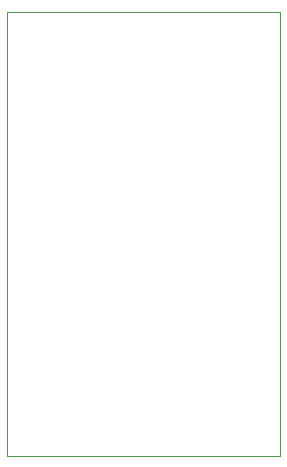
<source format=gm1>
G04 #@! TF.GenerationSoftware,KiCad,Pcbnew,5.1.12-84ad8e8a86~92~ubuntu20.04.1*
G04 #@! TF.CreationDate,2022-05-17T18:41:04-04:00*
G04 #@! TF.ProjectId,fm1608-to-6116,666d3136-3038-42d7-946f-2d363131362e,1.0*
G04 #@! TF.SameCoordinates,Original*
G04 #@! TF.FileFunction,Profile,NP*
%FSLAX46Y46*%
G04 Gerber Fmt 4.6, Leading zero omitted, Abs format (unit mm)*
G04 Created by KiCad (PCBNEW 5.1.12-84ad8e8a86~92~ubuntu20.04.1) date 2022-05-17 18:41:04*
%MOMM*%
%LPD*%
G01*
G04 APERTURE LIST*
G04 #@! TA.AperFunction,Profile*
%ADD10C,0.050000*%
G04 #@! TD*
G04 APERTURE END LIST*
D10*
X127762000Y-108966000D02*
X127762000Y-71374000D01*
X150876000Y-108966000D02*
X127762000Y-108966000D01*
X150876000Y-71374000D02*
X150876000Y-108966000D01*
X127762000Y-71374000D02*
X150876000Y-71374000D01*
M02*

</source>
